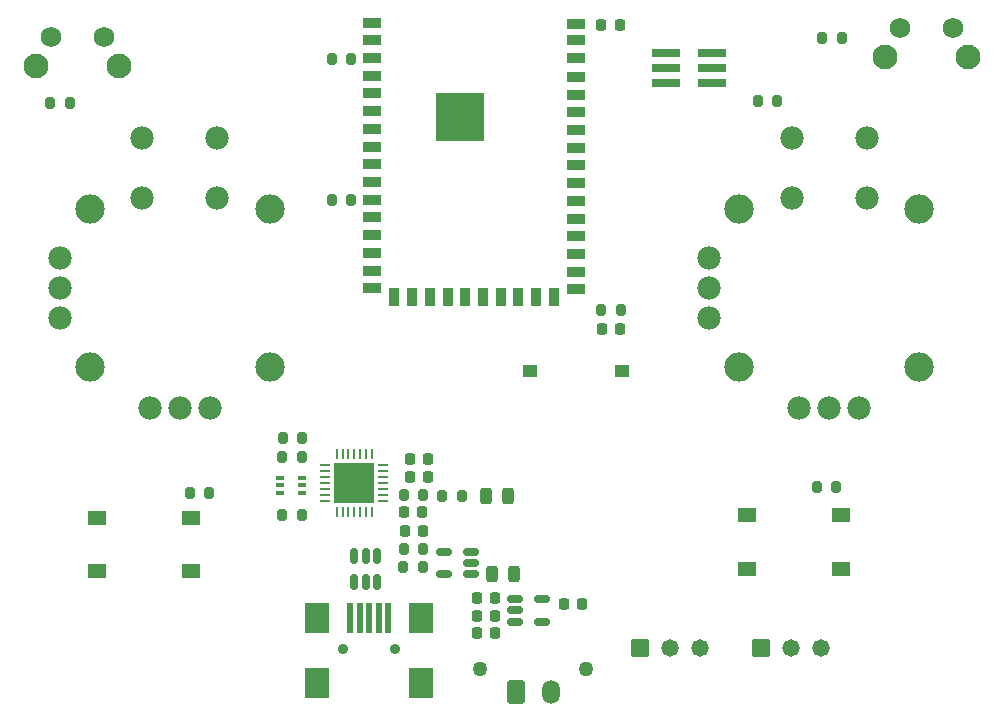
<source format=gbr>
%TF.GenerationSoftware,KiCad,Pcbnew,8.0.6*%
%TF.CreationDate,2025-02-26T11:59:33+01:00*%
%TF.ProjectId,CONTROL WIFI ESP32 S3 V4.0,434f4e54-524f-44c2-9057-494649204553,rev?*%
%TF.SameCoordinates,Original*%
%TF.FileFunction,Soldermask,Top*%
%TF.FilePolarity,Negative*%
%FSLAX46Y46*%
G04 Gerber Fmt 4.6, Leading zero omitted, Abs format (unit mm)*
G04 Created by KiCad (PCBNEW 8.0.6) date 2025-02-26 11:59:33*
%MOMM*%
%LPD*%
G01*
G04 APERTURE LIST*
G04 Aperture macros list*
%AMRoundRect*
0 Rectangle with rounded corners*
0 $1 Rounding radius*
0 $2 $3 $4 $5 $6 $7 $8 $9 X,Y pos of 4 corners*
0 Add a 4 corners polygon primitive as box body*
4,1,4,$2,$3,$4,$5,$6,$7,$8,$9,$2,$3,0*
0 Add four circle primitives for the rounded corners*
1,1,$1+$1,$2,$3*
1,1,$1+$1,$4,$5*
1,1,$1+$1,$6,$7*
1,1,$1+$1,$8,$9*
0 Add four rect primitives between the rounded corners*
20,1,$1+$1,$2,$3,$4,$5,0*
20,1,$1+$1,$4,$5,$6,$7,0*
20,1,$1+$1,$6,$7,$8,$9,0*
20,1,$1+$1,$8,$9,$2,$3,0*%
G04 Aperture macros list end*
%ADD10RoundRect,0.200000X0.200000X0.275000X-0.200000X0.275000X-0.200000X-0.275000X0.200000X-0.275000X0*%
%ADD11RoundRect,0.102000X-0.634000X-0.634000X0.634000X-0.634000X0.634000X0.634000X-0.634000X0.634000X0*%
%ADD12C,1.472000*%
%ADD13RoundRect,0.100000X-0.225000X-0.100000X0.225000X-0.100000X0.225000X0.100000X-0.225000X0.100000X0*%
%ADD14R,1.550000X1.300000*%
%ADD15C,1.982000*%
%ADD16C,2.490000*%
%ADD17RoundRect,0.150000X0.512500X0.150000X-0.512500X0.150000X-0.512500X-0.150000X0.512500X-0.150000X0*%
%ADD18RoundRect,0.225000X0.225000X0.250000X-0.225000X0.250000X-0.225000X-0.250000X0.225000X-0.250000X0*%
%ADD19R,1.500000X0.900000*%
%ADD20R,0.900000X1.500000*%
%ADD21R,4.100000X4.100000*%
%ADD22RoundRect,0.243750X-0.243750X-0.456250X0.243750X-0.456250X0.243750X0.456250X-0.243750X0.456250X0*%
%ADD23RoundRect,0.243750X0.243750X0.456250X-0.243750X0.456250X-0.243750X-0.456250X0.243750X-0.456250X0*%
%ADD24RoundRect,0.218750X0.218750X0.256250X-0.218750X0.256250X-0.218750X-0.256250X0.218750X-0.256250X0*%
%ADD25C,2.100000*%
%ADD26C,1.750000*%
%ADD27RoundRect,0.200000X-0.200000X-0.275000X0.200000X-0.275000X0.200000X0.275000X-0.200000X0.275000X0*%
%ADD28RoundRect,0.225000X-0.225000X-0.250000X0.225000X-0.250000X0.225000X0.250000X-0.225000X0.250000X0*%
%ADD29C,0.900000*%
%ADD30R,0.500000X2.500000*%
%ADD31R,2.000000X2.500000*%
%ADD32RoundRect,0.150000X-0.512500X-0.150000X0.512500X-0.150000X0.512500X0.150000X-0.512500X0.150000X0*%
%ADD33C,1.270000*%
%ADD34RoundRect,0.250001X-0.499999X-0.759999X0.499999X-0.759999X0.499999X0.759999X-0.499999X0.759999X0*%
%ADD35O,1.500000X2.020000*%
%ADD36R,1.250000X1.000000*%
%ADD37RoundRect,0.062500X0.062500X-0.337500X0.062500X0.337500X-0.062500X0.337500X-0.062500X-0.337500X0*%
%ADD38RoundRect,0.062500X0.337500X-0.062500X0.337500X0.062500X-0.337500X0.062500X-0.337500X-0.062500X0*%
%ADD39R,3.350000X3.350000*%
%ADD40RoundRect,0.150000X0.150000X-0.512500X0.150000X0.512500X-0.150000X0.512500X-0.150000X-0.512500X0*%
%ADD41R,2.400000X0.740000*%
G04 APERTURE END LIST*
D10*
%TO.C,R13*%
X59087500Y-119300000D03*
X57437500Y-119300000D03*
%TD*%
D11*
%TO.C,POT1*%
X97950000Y-135500000D03*
D12*
X100490000Y-135500000D03*
X103030000Y-135500000D03*
%TD*%
D13*
%TO.C,Q1*%
X57217500Y-121075000D03*
X57217500Y-121725000D03*
X57217500Y-122375000D03*
X59117500Y-122375000D03*
X59117500Y-121725000D03*
X59117500Y-121075000D03*
%TD*%
D14*
%TO.C,SW5*%
X96770000Y-124265000D03*
X104730000Y-124265000D03*
X96770000Y-128765000D03*
X104730000Y-128765000D03*
%TD*%
D15*
%TO.C,U4*%
X100575000Y-92300000D03*
X106925000Y-92300000D03*
X100575000Y-97380000D03*
X106925000Y-97380000D03*
X101210000Y-115160000D03*
X103750000Y-115160000D03*
X106290000Y-115160000D03*
D16*
X96130000Y-98332500D03*
X96130000Y-111667500D03*
X111370000Y-111667500D03*
X111370000Y-98332500D03*
D15*
X93590000Y-102460000D03*
X93590000Y-105000000D03*
X93590000Y-107540000D03*
%TD*%
D17*
%TO.C,U2*%
X73425000Y-129250000D03*
X73425000Y-128300000D03*
X73425000Y-127350000D03*
X71150000Y-127350000D03*
X71150000Y-129250000D03*
%TD*%
D10*
%TO.C,R2*%
X69350000Y-128600000D03*
X67700000Y-128600000D03*
%TD*%
D18*
%TO.C,C3*%
X69300000Y-124000000D03*
X67750000Y-124000000D03*
%TD*%
D19*
%TO.C,U8*%
X65075000Y-82525000D03*
X65075000Y-84025000D03*
X65075000Y-85525000D03*
X65075000Y-87025000D03*
X65075000Y-88525000D03*
X65075000Y-90025000D03*
X65075000Y-91525000D03*
X65075000Y-93025000D03*
X65075000Y-94525000D03*
X65075000Y-96025000D03*
X65075000Y-97525000D03*
X65075000Y-99025000D03*
X65075000Y-100525000D03*
X65075000Y-102025000D03*
X65075000Y-103525000D03*
X65075000Y-105025000D03*
D20*
X66950000Y-105775000D03*
X68450000Y-105775000D03*
X69950000Y-105775000D03*
X71450000Y-105775000D03*
X72950000Y-105775000D03*
X74450000Y-105775000D03*
X75950000Y-105775000D03*
X77450000Y-105775000D03*
X78950000Y-105775000D03*
X80450000Y-105775000D03*
D19*
X82325000Y-105125000D03*
X82325000Y-103625000D03*
X82325000Y-102125000D03*
X82325000Y-100625000D03*
X82325000Y-99125000D03*
X82325000Y-97625000D03*
X82325000Y-96125000D03*
X82325000Y-94625000D03*
X82325000Y-93125000D03*
X82325000Y-91625000D03*
X82325000Y-90125000D03*
X82325000Y-88625000D03*
X82325000Y-87125000D03*
X82325000Y-85525000D03*
X82325000Y-84025000D03*
X82325000Y-82625000D03*
D21*
X72510000Y-90565000D03*
%TD*%
D22*
%TO.C,D2*%
X75225000Y-129200000D03*
X77100000Y-129200000D03*
%TD*%
D10*
%TO.C,R3*%
X63275000Y-97550000D03*
X61625000Y-97550000D03*
%TD*%
D23*
%TO.C,D1*%
X76600000Y-122650000D03*
X74725000Y-122650000D03*
%TD*%
D24*
%TO.C,FB1*%
X75475000Y-132740000D03*
X73900000Y-132740000D03*
%TD*%
D25*
%TO.C,SW3*%
X36625000Y-86217500D03*
X43635000Y-86217500D03*
D26*
X37875000Y-83727500D03*
X42375000Y-83727500D03*
%TD*%
D27*
%TO.C,R7*%
X84475000Y-106900000D03*
X86125000Y-106900000D03*
%TD*%
D28*
%TO.C,C1*%
X84475000Y-82700000D03*
X86025000Y-82700000D03*
%TD*%
D18*
%TO.C,C10*%
X86050000Y-108450000D03*
X84500000Y-108450000D03*
%TD*%
D27*
%TO.C,R5*%
X57500000Y-117700000D03*
X59150000Y-117700000D03*
%TD*%
%TO.C,R12*%
X57437500Y-124200000D03*
X59087500Y-124200000D03*
%TD*%
D29*
%TO.C,J3*%
X62600000Y-135575000D03*
X67000000Y-135575000D03*
D30*
X63200000Y-132975000D03*
X64000000Y-132975000D03*
X64800000Y-132975000D03*
X65600000Y-132975000D03*
X66400000Y-132975000D03*
D31*
X60400000Y-132975000D03*
X60400000Y-138475000D03*
X69200000Y-132975000D03*
X69200000Y-138475000D03*
%TD*%
D32*
%TO.C,U7*%
X77187500Y-131350000D03*
X77187500Y-132300000D03*
X77187500Y-133250000D03*
X79462500Y-133250000D03*
X79462500Y-131350000D03*
%TD*%
D27*
%TO.C,R15*%
X97687500Y-89200000D03*
X99337500Y-89200000D03*
%TD*%
%TO.C,R14*%
X61650000Y-85600000D03*
X63300000Y-85600000D03*
%TD*%
D33*
%TO.C,J2*%
X74200000Y-137240000D03*
X83200000Y-137240000D03*
D34*
X77200000Y-139200000D03*
D35*
X80200000Y-139200000D03*
%TD*%
D28*
%TO.C,C4*%
X68250000Y-121000000D03*
X69800000Y-121000000D03*
%TD*%
D27*
%TO.C,R8*%
X103175000Y-83800000D03*
X104825000Y-83800000D03*
%TD*%
D10*
%TO.C,R9*%
X39462500Y-89350000D03*
X37812500Y-89350000D03*
%TD*%
D36*
%TO.C,BT3*%
X78425000Y-112000000D03*
X86175000Y-112000000D03*
%TD*%
D28*
%TO.C,C5*%
X73900000Y-131240000D03*
X75450000Y-131240000D03*
%TD*%
D18*
%TO.C,C2*%
X69800000Y-119500000D03*
X68250000Y-119500000D03*
%TD*%
D37*
%TO.C,U6*%
X62050000Y-123950000D03*
X62550000Y-123950000D03*
X63050000Y-123950000D03*
X63550000Y-123950000D03*
X64050000Y-123950000D03*
X64550000Y-123950000D03*
X65050000Y-123950000D03*
D38*
X66000000Y-123000000D03*
X66000000Y-122500000D03*
X66000000Y-122000000D03*
X66000000Y-121500000D03*
X66000000Y-121000000D03*
X66000000Y-120500000D03*
X66000000Y-120000000D03*
D37*
X65050000Y-119050000D03*
X64550000Y-119050000D03*
X64050000Y-119050000D03*
X63550000Y-119050000D03*
X63050000Y-119050000D03*
X62550000Y-119050000D03*
X62050000Y-119050000D03*
D38*
X61100000Y-120000000D03*
X61100000Y-120500000D03*
X61100000Y-121000000D03*
X61100000Y-121500000D03*
X61100000Y-122000000D03*
X61100000Y-122500000D03*
X61100000Y-123000000D03*
D39*
X63550000Y-121500000D03*
%TD*%
D14*
%TO.C,SW4*%
X41770000Y-124500000D03*
X49730000Y-124500000D03*
X41770000Y-129000000D03*
X49730000Y-129000000D03*
%TD*%
D18*
%TO.C,C8*%
X69350000Y-125550000D03*
X67800000Y-125550000D03*
%TD*%
D27*
%TO.C,R1*%
X70975000Y-122650000D03*
X72625000Y-122650000D03*
%TD*%
D15*
%TO.C,U5*%
X45575000Y-92300000D03*
X51925000Y-92300000D03*
X45575000Y-97380000D03*
X51925000Y-97380000D03*
X46210000Y-115160000D03*
X48750000Y-115160000D03*
X51290000Y-115160000D03*
D16*
X41130000Y-98332500D03*
X41130000Y-111667500D03*
X56370000Y-111667500D03*
X56370000Y-98332500D03*
D15*
X38590000Y-102460000D03*
X38590000Y-105000000D03*
X38590000Y-107540000D03*
%TD*%
D27*
%TO.C,R11*%
X102700000Y-121850000D03*
X104350000Y-121850000D03*
%TD*%
D18*
%TO.C,C6*%
X75500000Y-134250000D03*
X73950000Y-134250000D03*
%TD*%
D28*
%TO.C,C7*%
X81300000Y-131800000D03*
X82850000Y-131800000D03*
%TD*%
D10*
%TO.C,R10*%
X51250000Y-122350000D03*
X49600000Y-122350000D03*
%TD*%
D40*
%TO.C,U1*%
X63550000Y-129937500D03*
X64500000Y-129937500D03*
X65450000Y-129937500D03*
X65450000Y-127662500D03*
X64500000Y-127662500D03*
X63550000Y-127662500D03*
%TD*%
D10*
%TO.C,R6*%
X69400000Y-122500000D03*
X67750000Y-122500000D03*
%TD*%
D25*
%TO.C,SW2*%
X108475000Y-85452500D03*
X115485000Y-85452500D03*
D26*
X109725000Y-82962500D03*
X114225000Y-82962500D03*
%TD*%
D10*
%TO.C,R4*%
X69375000Y-127100000D03*
X67725000Y-127100000D03*
%TD*%
D11*
%TO.C,POT2*%
X87760000Y-135500000D03*
D12*
X90300000Y-135500000D03*
X92840000Y-135500000D03*
%TD*%
D41*
%TO.C,J1*%
X89900000Y-85100000D03*
X93800000Y-85100000D03*
X89900000Y-86370000D03*
X93800000Y-86370000D03*
X89900000Y-87640000D03*
X93800000Y-87640000D03*
%TD*%
M02*

</source>
